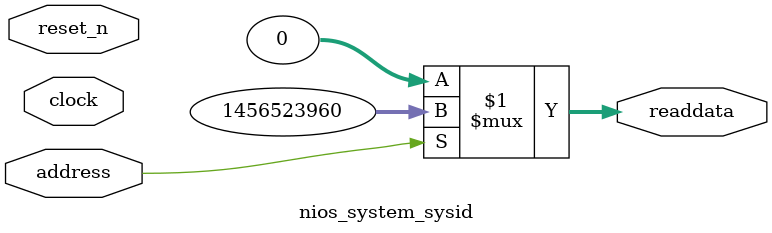
<source format=v>

`timescale 1ns / 1ps
// synthesis translate_on

// turn off superfluous verilog processor warnings 
// altera message_level Level1 
// altera message_off 10034 10035 10036 10037 10230 10240 10030 

module nios_system_sysid (
               // inputs:
                address,
                clock,
                reset_n,

               // outputs:
                readdata
             )
;

  output  [ 31: 0] readdata;
  input            address;
  input            clock;
  input            reset_n;

  wire    [ 31: 0] readdata;
  //control_slave, which is an e_avalon_slave
  assign readdata = address ? 1456523960 : 0;

endmodule




</source>
